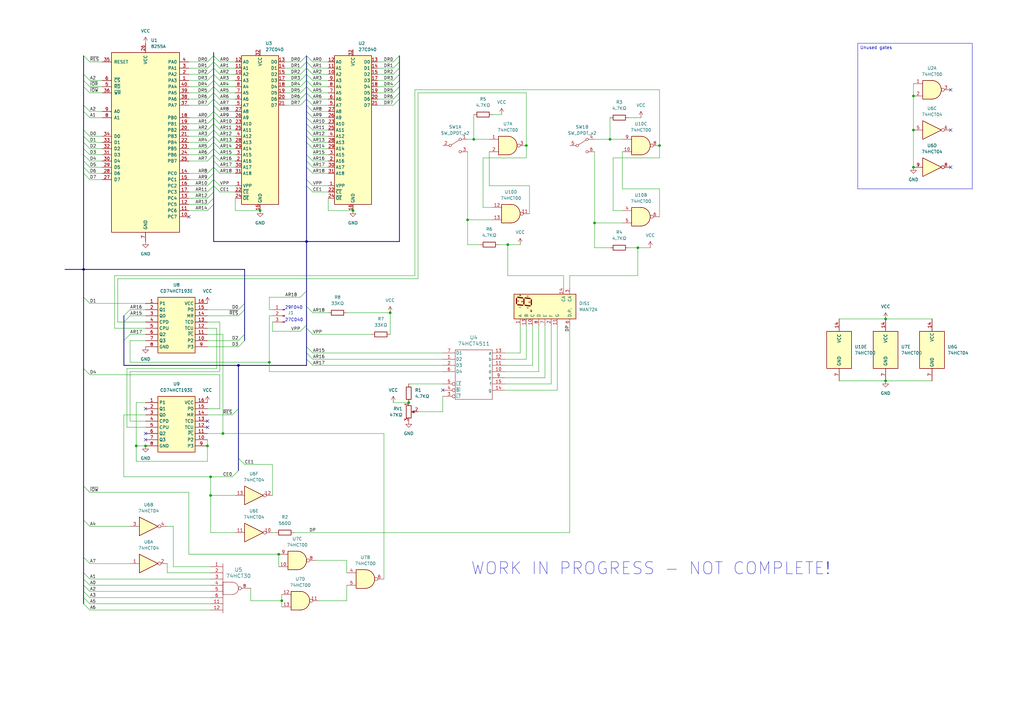
<source format=kicad_sch>
(kicad_sch (version 20230121) (generator eeschema)
  (paper "A3")
  (title_block (title "PMD 85 ROM MEGA Module") (date "2023-09-18") (rev "INITIAL") (company "WWW.NOSTALCOMP.CZ") (comment 1 "Original design 17-Feb-2013") (comment 3 "youtube.com/@brfff") (comment 4 "Updated by Brett Hallen"))
  (junction (at 167.64 165.1))
  (junction (at 144.78 86.36))
  (junction (at 191.77 90.17))
  (junction (at 215.9 59.69))
  (junction (at 86.36 203.2))
  (junction (at 114.3 227.33))
  (junction (at 208.28 100.33))
  (junction (at 374.65 39.37))
  (junction (at 34.29 110.49))
  (junction (at 243.84 91.44))
  (junction (at 194.31 57.15))
  (junction (at 55.88 182.88))
  (junction (at 115.57 246.38))
  (junction (at 125.73 99.06))
  (junction (at 261.62 101.6))
  (junction (at 374.65 68.58))
  (junction (at 59.69 182.88))
  (junction (at 374.65 53.34))
  (junction (at 86.36 195.58))
  (junction (at 160.02 128.27))
  (junction (at 106.68 86.36))
  (junction (at 270.51 59.69))
  (junction (at 85.09 182.88))
  (junction (at 110.49 148.59))
  (junction (at 363.22 156.21))
  (junction (at 250.19 57.15))
  (junction (at 91.44 177.8))
  (junction (at 97.79 149.86))
  (junction (at 363.22 130.81))
  (no_connect (at 85.09 175.26))
  (no_connect (at 389.89 53.34))
  (no_connect (at 59.69 180.34))
  (no_connect (at 389.89 36.83))
  (no_connect (at 85.09 172.72))
  (no_connect (at 77.47 88.9))
  (no_connect (at 389.89 68.58))
  (no_connect (at 181.61 160.02))
  (no_connect (at 59.69 167.64))
  (no_connect (at 59.69 177.8))
  (bus_entry (at 34.29 63.5) (size 2.54 2.54))
  (bus_entry (at 125.73 144.78) (size 2.54 2.54))
  (bus_entry (at 90.17 35.56) (size -2.54 -2.54))
  (bus_entry (at 128.27 45.72) (size -2.54 -2.54))
  (bus_entry (at 36.83 245.11) (size -2.54 -2.54))
  (bus_entry (at 97.79 193.04) (size -2.54 2.54))
  (bus_entry (at 34.29 66.04) (size 2.54 2.54))
  (bus_entry (at 53.34 127) (size -2.54 2.54))
  (bus_entry (at 123.19 33.02) (size 2.54 -2.54))
  (bus_entry (at 34.29 45.72) (size 2.54 2.54))
  (bus_entry (at 85.09 27.94) (size 2.54 -2.54))
  (bus_entry (at 90.17 55.88) (size -2.54 -2.54))
  (bus_entry (at 128.27 30.48) (size -2.54 -2.54))
  (bus_entry (at 128.27 55.88) (size -2.54 -2.54))
  (bus_entry (at 90.17 76.2) (size -2.54 -2.54))
  (bus_entry (at 128.27 78.74) (size -2.54 -2.54))
  (bus_entry (at 90.17 71.12) (size -2.54 -2.54))
  (bus_entry (at 128.27 27.94) (size -2.54 -2.54))
  (bus_entry (at 125.73 142.24) (size 2.54 2.54))
  (bus_entry (at 90.17 50.8) (size -2.54 -2.54))
  (bus_entry (at 85.09 58.42) (size 2.54 -2.54))
  (bus_entry (at 123.19 25.4) (size 2.54 -2.54))
  (bus_entry (at 95.25 170.18) (size 2.54 -2.54))
  (bus_entry (at 36.83 240.03) (size -2.54 -2.54))
  (bus_entry (at 85.09 50.8) (size 2.54 -2.54))
  (bus_entry (at 34.29 58.42) (size 2.54 2.54))
  (bus_entry (at 34.29 22.86) (size 2.54 2.54))
  (bus_entry (at 123.19 38.1) (size 2.54 -2.54))
  (bus_entry (at 97.79 129.54) (size 2.54 -2.54))
  (bus_entry (at 161.29 27.94) (size 2.54 -2.54))
  (bus_entry (at 123.19 40.64) (size 2.54 -2.54))
  (bus_entry (at 85.09 30.48) (size 2.54 -2.54))
  (bus_entry (at 125.73 134.62) (size 2.54 2.54))
  (bus_entry (at 90.17 66.04) (size -2.54 -2.54))
  (bus_entry (at 34.29 68.58) (size 2.54 2.54))
  (bus_entry (at 128.27 76.2) (size -2.54 -2.54))
  (bus_entry (at 128.27 50.8) (size -2.54 -2.54))
  (bus_entry (at 85.09 81.28) (size 2.54 -2.54))
  (bus_entry (at 34.29 121.92) (size 2.54 2.54))
  (bus_entry (at 85.09 53.34) (size 2.54 -2.54))
  (bus_entry (at 85.09 86.36) (size 2.54 -2.54))
  (bus_entry (at 161.29 38.1) (size 2.54 -2.54))
  (bus_entry (at 85.09 40.64) (size 2.54 -2.54))
  (bus_entry (at 85.09 73.66) (size 2.54 -2.54))
  (bus_entry (at 53.34 137.16) (size -2.54 2.54))
  (bus_entry (at 85.09 48.26) (size 2.54 -2.54))
  (bus_entry (at 90.17 48.26) (size -2.54 -2.54))
  (bus_entry (at 34.29 53.34) (size 2.54 2.54))
  (bus_entry (at 90.17 38.1) (size -2.54 -2.54))
  (bus_entry (at 128.27 38.1) (size -2.54 -2.54))
  (bus_entry (at 34.29 33.02) (size 2.54 2.54))
  (bus_entry (at 85.09 83.82) (size 2.54 -2.54))
  (bus_entry (at 34.29 199.39) (size 2.54 2.54))
  (bus_entry (at 161.29 25.4) (size 2.54 -2.54))
  (bus_entry (at 123.19 135.89) (size 2.54 -2.54))
  (bus_entry (at 85.09 55.88) (size 2.54 -2.54))
  (bus_entry (at 161.29 35.56) (size 2.54 -2.54))
  (bus_entry (at 123.19 43.18) (size 2.54 -2.54))
  (bus_entry (at 125.73 125.73) (size 2.54 2.54))
  (bus_entry (at 85.09 71.12) (size 2.54 -2.54))
  (bus_entry (at 34.29 151.13) (size 2.54 2.54))
  (bus_entry (at 36.83 242.57) (size -2.54 -2.54))
  (bus_entry (at 161.29 43.18) (size 2.54 -2.54))
  (bus_entry (at 85.09 33.02) (size 2.54 -2.54))
  (bus_entry (at 90.17 63.5) (size -2.54 -2.54))
  (bus_entry (at 87.63 25.4) (size 2.54 2.54))
  (bus_entry (at 128.27 68.58) (size -2.54 -2.54))
  (bus_entry (at 90.17 58.42) (size -2.54 -2.54))
  (bus_entry (at 97.79 139.7) (size 2.54 -2.54))
  (bus_entry (at 36.83 250.19) (size -2.54 -2.54))
  (bus_entry (at 97.79 187.96) (size 2.54 2.54))
  (bus_entry (at 90.17 60.96) (size -2.54 -2.54))
  (bus_entry (at 85.09 66.04) (size 2.54 -2.54))
  (bus_entry (at 128.27 33.02) (size -2.54 -2.54))
  (bus_entry (at 90.17 68.58) (size -2.54 -2.54))
  (bus_entry (at 34.29 55.88) (size 2.54 2.54))
  (bus_entry (at 128.27 66.04) (size -2.54 -2.54))
  (bus_entry (at 128.27 53.34) (size -2.54 -2.54))
  (bus_entry (at 128.27 71.12) (size -2.54 -2.54))
  (bus_entry (at 90.17 43.18) (size -2.54 -2.54))
  (bus_entry (at 34.29 35.56) (size 2.54 2.54))
  (bus_entry (at 34.29 60.96) (size 2.54 2.54))
  (bus_entry (at 90.17 25.4) (size -2.54 -2.54))
  (bus_entry (at 53.34 129.54) (size -2.54 2.54))
  (bus_entry (at 161.29 33.02) (size 2.54 -2.54))
  (bus_entry (at 85.09 35.56) (size 2.54 -2.54))
  (bus_entry (at 97.79 127) (size 2.54 -2.54))
  (bus_entry (at 128.27 60.96) (size -2.54 -2.54))
  (bus_entry (at 36.83 215.9) (size -2.54 -2.54))
  (bus_entry (at 123.19 35.56) (size 2.54 -2.54))
  (bus_entry (at 123.19 121.92) (size 2.54 -2.54))
  (bus_entry (at 128.27 35.56) (size -2.54 -2.54))
  (bus_entry (at 123.19 27.94) (size 2.54 -2.54))
  (bus_entry (at 128.27 43.18) (size -2.54 -2.54))
  (bus_entry (at 90.17 33.02) (size -2.54 -2.54))
  (bus_entry (at 85.09 63.5) (size 2.54 -2.54))
  (bus_entry (at 85.09 78.74) (size 2.54 -2.54))
  (bus_entry (at 90.17 45.72) (size -2.54 -2.54))
  (bus_entry (at 90.17 30.48) (size -2.54 -2.54))
  (bus_entry (at 90.17 40.64) (size -2.54 -2.54))
  (bus_entry (at 85.09 60.96) (size 2.54 -2.54))
  (bus_entry (at 34.29 43.18) (size 2.54 2.54))
  (bus_entry (at 128.27 40.64) (size -2.54 -2.54))
  (bus_entry (at 125.73 147.32) (size 2.54 2.54))
  (bus_entry (at 36.83 237.49) (size -2.54 -2.54))
  (bus_entry (at 128.27 58.42) (size -2.54 -2.54))
  (bus_entry (at 128.27 48.26) (size -2.54 -2.54))
  (bus_entry (at 90.17 78.74) (size -2.54 -2.54))
  (bus_entry (at 90.17 53.34) (size -2.54 -2.54))
  (bus_entry (at 85.09 38.1) (size 2.54 -2.54))
  (bus_entry (at 34.29 71.12) (size 2.54 2.54))
  (bus_entry (at 85.09 43.18) (size 2.54 -2.54))
  (bus_entry (at 128.27 25.4) (size -2.54 -2.54))
  (bus_entry (at 34.29 30.48) (size 2.54 2.54))
  (bus_entry (at 97.79 142.24) (size 2.54 -2.54))
  (bus_entry (at 161.29 40.64) (size 2.54 -2.54))
  (bus_entry (at 161.29 30.48) (size 2.54 -2.54))
  (bus_entry (at 85.09 76.2) (size 2.54 -2.54))
  (bus_entry (at 85.09 25.4) (size 2.54 -2.54))
  (bus_entry (at 36.83 247.65) (size -2.54 -2.54))
  (bus_entry (at 123.19 30.48) (size 2.54 -2.54))
  (bus_entry (at 36.83 231.14) (size -2.54 -2.54))
  (wire (pts (xy 86.36 195.58) (xy 95.25 195.58)))
  (wire (pts (xy 52.07 151.13) (xy 88.9 151.13)))
  (wire (pts (xy 213.36 144.78) (xy 213.36 133.35)))
  (wire (pts (xy 50.8 195.58) (xy 86.36 195.58)))
  (wire (pts (xy 77.47 40.64) (xy 85.09 40.64)))
  (wire (pts (xy 170.18 113.03) (xy 170.18 36.83)))
  (wire (pts (xy 36.83 35.56) (xy 41.91 35.56)))
  (bus (pts (xy 34.29 58.42) (xy 34.29 60.96)))
  (wire (pts (xy 90.17 68.58) (xy 96.52 68.58)))
  (wire (pts (xy 257.81 48.26) (xy 262.89 48.26)))
  (bus (pts (xy 34.29 33.02) (xy 34.29 35.56)))
  (bus (pts (xy 125.73 55.88) (xy 125.73 58.42)))
  (wire (pts (xy 77.47 60.96) (xy 85.09 60.96)))
  (wire (pts (xy 53.34 172.72) (xy 53.34 152.4)))
  (wire (pts (xy 77.47 35.56) (xy 85.09 35.56)))
  (wire (pts (xy 55.88 182.88) (xy 59.69 182.88)))
  (wire (pts (xy 77.47 33.02) (xy 85.09 33.02)))
  (wire (pts (xy 53.34 127) (xy 59.69 127)))
  (wire (pts (xy 59.69 134.62) (xy 46.99 134.62)))
  (wire (pts (xy 53.34 139.7) (xy 53.34 148.59)))
  (wire (pts (xy 85.09 189.23) (xy 55.88 189.23)))
  (wire (pts (xy 86.36 218.44) (xy 96.52 218.44)))
  (wire (pts (xy 116.84 38.1) (xy 123.19 38.1)))
  (bus (pts (xy 87.63 99.06) (xy 125.73 99.06)))
  (wire (pts (xy 251.46 86.36) (xy 251.46 64.77)))
  (wire (pts (xy 218.44 149.86) (xy 218.44 133.35)))
  (wire (pts (xy 77.47 86.36) (xy 85.09 86.36)))
  (wire (pts (xy 77.47 48.26) (xy 85.09 48.26)))
  (bus (pts (xy 125.73 133.35) (xy 125.73 125.73)))
  (wire (pts (xy 270.51 64.77) (xy 270.51 59.69)))
  (bus (pts (xy 34.29 53.34) (xy 34.29 55.88)))
  (wire (pts (xy 90.17 35.56) (xy 96.52 35.56)))
  (wire (pts (xy 68.58 215.9) (xy 71.12 215.9)))
  (wire (pts (xy 157.48 177.8) (xy 157.48 237.49)))
  (wire (pts (xy 36.83 215.9) (xy 53.34 215.9)))
  (bus (pts (xy 125.73 68.58) (xy 125.73 73.66)))
  (wire (pts (xy 255.27 62.23) (xy 255.27 77.47)))
  (wire (pts (xy 160.02 128.27) (xy 142.24 128.27)))
  (wire (pts (xy 102.87 241.3) (xy 102.87 246.38)))
  (bus (pts (xy 87.63 76.2) (xy 87.63 78.74)))
  (bus (pts (xy 125.73 66.04) (xy 125.73 68.58)))
  (wire (pts (xy 255.27 77.47) (xy 270.51 77.47)))
  (bus (pts (xy 34.29 60.96) (xy 34.29 63.5)))
  (wire (pts (xy 90.17 45.72) (xy 96.52 45.72)))
  (bus (pts (xy 125.73 50.8) (xy 125.73 53.34)))
  (wire (pts (xy 77.47 38.1) (xy 85.09 38.1)))
  (wire (pts (xy 130.81 246.38) (xy 142.24 246.38)))
  (wire (pts (xy 228.6 160.02) (xy 207.01 160.02)))
  (bus (pts (xy 50.8 149.86) (xy 97.79 149.86)))
  (wire (pts (xy 53.34 152.4) (xy 90.17 152.4)))
  (wire (pts (xy 128.27 63.5) (xy 134.62 63.5)))
  (wire (pts (xy 128.27 68.58) (xy 134.62 68.58)))
  (wire (pts (xy 207.01 147.32) (xy 215.9 147.32)))
  (bus (pts (xy 34.29 199.39) (xy 34.29 213.36)))
  (wire (pts (xy 36.83 250.19) (xy 86.36 250.19)))
  (wire (pts (xy 128.27 66.04) (xy 134.62 66.04)))
  (wire (pts (xy 55.88 189.23) (xy 55.88 182.88)))
  (bus (pts (xy 125.73 27.94) (xy 125.73 30.48)))
  (wire (pts (xy 36.83 58.42) (xy 41.91 58.42)))
  (wire (pts (xy 128.27 33.02) (xy 134.62 33.02)))
  (wire (pts (xy 181.61 162.56) (xy 181.61 168.91)))
  (wire (pts (xy 36.83 33.02) (xy 41.91 33.02)))
  (bus (pts (xy 34.29 234.95) (xy 34.29 237.49)))
  (wire (pts (xy 110.49 121.92) (xy 123.19 121.92)))
  (bus (pts (xy 125.73 38.1) (xy 125.73 40.64)))
  (wire (pts (xy 208.28 100.33) (xy 213.36 100.33)))
  (wire (pts (xy 160.02 137.16) (xy 160.02 128.27)))
  (wire (pts (xy 215.9 133.35) (xy 215.9 147.32)))
  (bus (pts (xy 87.63 83.82) (xy 87.63 99.06)))
  (bus (pts (xy 87.63 45.72) (xy 87.63 48.26)))
  (wire (pts (xy 363.22 130.81) (xy 382.27 130.81)))
  (wire (pts (xy 154.94 40.64) (xy 161.29 40.64)))
  (wire (pts (xy 77.47 73.66) (xy 85.09 73.66)))
  (wire (pts (xy 36.83 73.66) (xy 41.91 73.66)))
  (wire (pts (xy 85.09 129.54) (xy 97.79 129.54)))
  (wire (pts (xy 86.36 203.2) (xy 86.36 218.44)))
  (wire (pts (xy 198.12 85.09) (xy 198.12 64.77)))
  (wire (pts (xy 85.09 139.7) (xy 97.79 139.7)))
  (wire (pts (xy 77.47 227.33) (xy 77.47 201.93)))
  (wire (pts (xy 55.88 165.1) (xy 55.88 182.88)))
  (wire (pts (xy 114.3 227.33) (xy 114.3 232.41)))
  (bus (pts (xy 87.63 53.34) (xy 87.63 55.88)))
  (wire (pts (xy 111.76 132.08) (xy 111.76 135.89)))
  (wire (pts (xy 90.17 40.64) (xy 96.52 40.64)))
  (wire (pts (xy 128.27 149.86) (xy 181.61 149.86)))
  (bus (pts (xy 87.63 68.58) (xy 87.63 71.12)))
  (wire (pts (xy 207.01 154.94) (xy 223.52 154.94)))
  (bus (pts (xy 125.73 144.78) (xy 125.73 142.24)))
  (bus (pts (xy 87.63 73.66) (xy 87.63 76.2)))
  (bus (pts (xy 87.63 27.94) (xy 87.63 30.48)))
  (wire (pts (xy 110.49 152.4) (xy 181.61 152.4)))
  (bus (pts (xy 34.29 45.72) (xy 34.29 53.34)))
  (wire (pts (xy 90.17 27.94) (xy 96.52 27.94)))
  (wire (pts (xy 128.27 48.26) (xy 134.62 48.26)))
  (wire (pts (xy 90.17 25.4) (xy 96.52 25.4)))
  (wire (pts (xy 228.6 133.35) (xy 228.6 160.02)))
  (wire (pts (xy 128.27 27.94) (xy 134.62 27.94)))
  (wire (pts (xy 194.31 57.15) (xy 200.66 57.15)))
  (wire (pts (xy 344.17 156.21) (xy 363.22 156.21)))
  (wire (pts (xy 53.34 129.54) (xy 59.69 129.54)))
  (wire (pts (xy 270.51 36.83) (xy 270.51 59.69)))
  (bus (pts (xy 125.73 53.34) (xy 125.73 55.88)))
  (wire (pts (xy 36.83 240.03) (xy 86.36 240.03)))
  (bus (pts (xy 50.8 132.08) (xy 50.8 139.7)))
  (bus (pts (xy 87.63 78.74) (xy 87.63 81.28)))
  (wire (pts (xy 36.83 25.4) (xy 41.91 25.4)))
  (wire (pts (xy 36.83 231.14) (xy 53.34 231.14)))
  (wire (pts (xy 154.94 43.18) (xy 161.29 43.18)))
  (wire (pts (xy 344.17 130.81) (xy 363.22 130.81)))
  (wire (pts (xy 134.62 86.36) (xy 144.78 86.36)))
  (bus (pts (xy 34.29 237.49) (xy 34.29 240.03)))
  (bus (pts (xy 125.73 63.5) (xy 125.73 66.04)))
  (wire (pts (xy 36.83 237.49) (xy 86.36 237.49)))
  (wire (pts (xy 53.34 137.16) (xy 59.69 137.16)))
  (wire (pts (xy 191.77 62.23) (xy 191.77 90.17)))
  (wire (pts (xy 191.77 90.17) (xy 201.93 90.17)))
  (wire (pts (xy 85.09 170.18) (xy 95.25 170.18)))
  (bus (pts (xy 87.63 63.5) (xy 87.63 66.04)))
  (wire (pts (xy 59.69 165.1) (xy 55.88 165.1)))
  (bus (pts (xy 125.73 125.73) (xy 125.73 119.38)))
  (wire (pts (xy 85.09 137.16) (xy 91.44 137.16)))
  (bus (pts (xy 125.73 48.26) (xy 125.73 50.8)))
  (wire (pts (xy 110.49 127) (xy 110.49 121.92)))
  (bus (pts (xy 34.29 242.57) (xy 34.29 245.11)))
  (wire (pts (xy 36.83 71.12) (xy 41.91 71.12)))
  (wire (pts (xy 50.8 170.18) (xy 50.8 195.58)))
  (wire (pts (xy 36.83 38.1) (xy 41.91 38.1)))
  (wire (pts (xy 128.27 137.16) (xy 152.4 137.16)))
  (wire (pts (xy 255.27 86.36) (xy 251.46 86.36)))
  (bus (pts (xy 87.63 60.96) (xy 87.63 63.5)))
  (wire (pts (xy 85.09 167.64) (xy 90.17 167.64)))
  (wire (pts (xy 71.12 232.41) (xy 86.36 232.41)))
  (wire (pts (xy 116.84 25.4) (xy 123.19 25.4)))
  (bus (pts (xy 125.73 76.2) (xy 125.73 99.06)))
  (bus (pts (xy 100.33 110.49) (xy 34.29 110.49)))
  (wire (pts (xy 134.62 81.28) (xy 134.62 86.36)))
  (bus (pts (xy 87.63 71.12) (xy 87.63 73.66)))
  (bus (pts (xy 125.73 40.64) (xy 125.73 43.18)))
  (wire (pts (xy 36.83 68.58) (xy 41.91 68.58)))
  (bus (pts (xy 50.8 129.54) (xy 50.8 132.08)))
  (wire (pts (xy 90.17 132.08) (xy 85.09 132.08)))
  (wire (pts (xy 128.27 40.64) (xy 134.62 40.64)))
  (wire (pts (xy 220.98 152.4) (xy 207.01 152.4)))
  (wire (pts (xy 128.27 58.42) (xy 134.62 58.42)))
  (bus (pts (xy 34.29 63.5) (xy 34.29 66.04)))
  (bus (pts (xy 34.29 151.13) (xy 34.29 199.39)))
  (bus (pts (xy 125.73 73.66) (xy 125.73 76.2)))
  (wire (pts (xy 116.84 27.94) (xy 123.19 27.94)))
  (wire (pts (xy 154.94 30.48) (xy 161.29 30.48)))
  (wire (pts (xy 59.69 175.26) (xy 52.07 175.26)))
  (wire (pts (xy 90.17 76.2) (xy 96.52 76.2)))
  (wire (pts (xy 77.47 58.42) (xy 85.09 58.42)))
  (wire (pts (xy 200.66 76.2) (xy 217.17 76.2)))
  (wire (pts (xy 191.77 57.15) (xy 194.31 57.15)))
  (wire (pts (xy 90.17 71.12) (xy 96.52 71.12)))
  (bus (pts (xy 34.29 30.48) (xy 34.29 33.02)))
  (wire (pts (xy 128.27 55.88) (xy 134.62 55.88)))
  (wire (pts (xy 128.27 76.2) (xy 134.62 76.2)))
  (wire (pts (xy 77.47 63.5) (xy 85.09 63.5)))
  (wire (pts (xy 90.17 53.34) (xy 96.52 53.34)))
  (bus (pts (xy 97.79 149.86) (xy 125.73 149.86)))
  (wire (pts (xy 128.27 78.74) (xy 134.62 78.74)))
  (wire (pts (xy 196.85 100.33) (xy 191.77 100.33)))
  (bus (pts (xy 125.73 25.4) (xy 125.73 27.94)))
  (wire (pts (xy 77.47 30.48) (xy 85.09 30.48)))
  (bus (pts (xy 100.33 127) (xy 100.33 124.46)))
  (wire (pts (xy 77.47 78.74) (xy 85.09 78.74)))
  (wire (pts (xy 77.47 71.12) (xy 85.09 71.12)))
  (wire (pts (xy 36.83 66.04) (xy 41.91 66.04)))
  (bus (pts (xy 125.73 58.42) (xy 125.73 63.5)))
  (bus (pts (xy 87.63 38.1) (xy 87.63 40.64)))
  (bus (pts (xy 26.67 110.49) (xy 34.29 110.49)))
  (wire (pts (xy 223.52 154.94) (xy 223.52 133.35)))
  (bus (pts (xy 34.29 68.58) (xy 34.29 71.12)))
  (bus (pts (xy 163.83 35.56) (xy 163.83 38.1)))
  (wire (pts (xy 128.27 30.48) (xy 134.62 30.48)))
  (wire (pts (xy 77.47 55.88) (xy 85.09 55.88)))
  (bus (pts (xy 125.73 35.56) (xy 125.73 38.1)))
  (wire (pts (xy 116.84 30.48) (xy 123.19 30.48)))
  (wire (pts (xy 116.84 35.56) (xy 123.19 35.56)))
  (wire (pts (xy 261.62 101.6) (xy 266.7 101.6)))
  (wire (pts (xy 36.83 45.72) (xy 41.91 45.72)))
  (bus (pts (xy 50.8 139.7) (xy 50.8 149.86)))
  (wire (pts (xy 115.57 243.84) (xy 115.57 246.38)))
  (wire (pts (xy 96.52 86.36) (xy 106.68 86.36)))
  (bus (pts (xy 100.33 137.16) (xy 100.33 127)))
  (wire (pts (xy 77.47 53.34) (xy 85.09 53.34)))
  (wire (pts (xy 110.49 148.59) (xy 110.49 152.4)))
  (wire (pts (xy 102.87 246.38) (xy 115.57 246.38)))
  (wire (pts (xy 90.17 55.88) (xy 96.52 55.88)))
  (bus (pts (xy 163.83 30.48) (xy 163.83 33.02)))
  (wire (pts (xy 201.93 46.99) (xy 205.74 46.99)))
  (bus (pts (xy 163.83 38.1) (xy 163.83 40.64)))
  (bus (pts (xy 125.73 119.38) (xy 125.73 99.06)))
  (bus (pts (xy 87.63 50.8) (xy 87.63 53.34)))
  (wire (pts (xy 116.84 43.18) (xy 123.19 43.18)))
  (wire (pts (xy 46.99 113.03) (xy 170.18 113.03)))
  (wire (pts (xy 198.12 64.77) (xy 215.9 64.77)))
  (wire (pts (xy 90.17 43.18) (xy 96.52 43.18)))
  (wire (pts (xy 111.76 127) (xy 110.49 127)))
  (wire (pts (xy 191.77 100.33) (xy 191.77 90.17)))
  (wire (pts (xy 90.17 78.74) (xy 96.52 78.74)))
  (wire (pts (xy 257.81 101.6) (xy 261.62 101.6)))
  (bus (pts (xy 87.63 30.48) (xy 87.63 33.02)))
  (wire (pts (xy 128.27 38.1) (xy 134.62 38.1)))
  (wire (pts (xy 194.31 46.99) (xy 194.31 57.15)))
  (bus (pts (xy 163.83 40.64) (xy 163.83 99.06)))
  (bus (pts (xy 163.83 27.94) (xy 163.83 30.48)))
  (wire (pts (xy 88.9 134.62) (xy 85.09 134.62)))
  (wire (pts (xy 215.9 64.77) (xy 215.9 59.69)))
  (wire (pts (xy 220.98 133.35) (xy 220.98 152.4)))
  (wire (pts (xy 207.01 144.78) (xy 213.36 144.78)))
  (wire (pts (xy 50.8 132.08) (xy 48.26 132.08)))
  (wire (pts (xy 154.94 33.02) (xy 161.29 33.02)))
  (wire (pts (xy 110.49 129.54) (xy 111.76 129.54)))
  (bus (pts (xy 100.33 124.46) (xy 100.33 110.49)))
  (wire (pts (xy 59.69 172.72) (xy 53.34 172.72)))
  (wire (pts (xy 90.17 152.4) (xy 90.17 132.08)))
  (wire (pts (xy 68.58 234.95) (xy 86.36 234.95)))
  (wire (pts (xy 171.45 114.3) (xy 171.45 38.1)))
  (bus (pts (xy 125.73 99.06) (xy 163.83 99.06)))
  (bus (pts (xy 34.29 240.03) (xy 34.29 242.57)))
  (bus (pts (xy 34.29 66.04) (xy 34.29 68.58)))
  (wire (pts (xy 142.24 234.95) (xy 142.24 229.87)))
  (wire (pts (xy 71.12 215.9) (xy 71.12 232.41)))
  (wire (pts (xy 115.57 246.38) (xy 115.57 248.92)))
  (wire (pts (xy 48.26 132.08) (xy 48.26 114.3)))
  (wire (pts (xy 36.83 242.57) (xy 86.36 242.57)))
  (wire (pts (xy 77.47 25.4) (xy 85.09 25.4)))
  (bus (pts (xy 34.29 110.49) (xy 34.29 121.92)))
  (wire (pts (xy 90.17 167.64) (xy 90.17 153.67)))
  (bus (pts (xy 87.63 35.56) (xy 87.63 38.1)))
  (bus (pts (xy 125.73 30.48) (xy 125.73 33.02)))
  (wire (pts (xy 77.47 43.18) (xy 85.09 43.18)))
  (wire (pts (xy 217.17 76.2) (xy 217.17 87.63)))
  (bus (pts (xy 87.63 81.28) (xy 87.63 83.82)))
  (wire (pts (xy 128.27 144.78) (xy 181.61 144.78)))
  (wire (pts (xy 120.65 218.44) (xy 233.68 218.44)))
  (wire (pts (xy 88.9 151.13) (xy 88.9 134.62)))
  (wire (pts (xy 250.19 57.15) (xy 255.27 57.15)))
  (wire (pts (xy 77.47 50.8) (xy 85.09 50.8)))
  (wire (pts (xy 128.27 25.4) (xy 134.62 25.4)))
  (wire (pts (xy 91.44 137.16) (xy 91.44 177.8)))
  (bus (pts (xy 125.73 149.86) (xy 125.73 147.32)))
  (wire (pts (xy 154.94 38.1) (xy 161.29 38.1)))
  (wire (pts (xy 77.47 27.94) (xy 85.09 27.94)))
  (wire (pts (xy 90.17 66.04) (xy 96.52 66.04)))
  (wire (pts (xy 91.44 177.8) (xy 157.48 177.8)))
  (bus (pts (xy 34.29 43.18) (xy 34.29 45.72)))
  (bus (pts (xy 97.79 187.96) (xy 97.79 193.04)))
  (wire (pts (xy 59.69 132.08) (xy 50.8 132.08)))
  (wire (pts (xy 128.27 35.56) (xy 134.62 35.56)))
  (bus (pts (xy 87.63 22.86) (xy 87.63 25.4)))
  (wire (pts (xy 129.54 229.87) (xy 142.24 229.87)))
  (wire (pts (xy 90.17 38.1) (xy 96.52 38.1)))
  (wire (pts (xy 243.84 57.15) (xy 250.19 57.15)))
  (wire (pts (xy 86.36 203.2) (xy 96.52 203.2)))
  (wire (pts (xy 128.27 43.18) (xy 134.62 43.18)))
  (wire (pts (xy 85.09 182.88) (xy 85.09 189.23)))
  (wire (pts (xy 90.17 63.5) (xy 96.52 63.5)))
  (wire (pts (xy 68.58 231.14) (xy 68.58 234.95)))
  (wire (pts (xy 91.44 177.8) (xy 85.09 177.8)))
  (wire (pts (xy 128.27 147.32) (xy 181.61 147.32)))
  (wire (pts (xy 48.26 114.3) (xy 171.45 114.3)))
  (bus (pts (xy 34.29 213.36) (xy 34.29 228.6)))
  (bus (pts (xy 97.79 149.86) (xy 97.79 167.64)))
  (wire (pts (xy 128.27 53.34) (xy 134.62 53.34)))
  (bus (pts (xy 125.73 147.32) (xy 125.73 144.78)))
  (wire (pts (xy 170.18 36.83) (xy 270.51 36.83)))
  (wire (pts (xy 231.14 118.11) (xy 231.14 113.03)))
  (bus (pts (xy 125.73 142.24) (xy 125.73 134.62)))
  (wire (pts (xy 261.62 113.03) (xy 261.62 101.6)))
  (wire (pts (xy 374.65 34.29) (xy 374.65 39.37)))
  (wire (pts (xy 208.28 113.03) (xy 208.28 100.33)))
  (wire (pts (xy 250.19 48.26) (xy 250.19 57.15)))
  (wire (pts (xy 59.69 170.18) (xy 50.8 170.18)))
  (bus (pts (xy 87.63 25.4) (xy 87.63 27.94)))
  (wire (pts (xy 154.94 25.4) (xy 161.29 25.4)))
  (bus (pts (xy 34.29 228.6) (xy 34.29 234.95)))
  (wire (pts (xy 243.84 62.23) (xy 243.84 91.44)))
  (wire (pts (xy 128.27 71.12) (xy 134.62 71.12)))
  (wire (pts (xy 215.9 38.1) (xy 215.9 59.69)))
  (wire (pts (xy 167.64 157.48) (xy 181.61 157.48)))
  (wire (pts (xy 111.76 203.2) (xy 111.76 190.5)))
  (wire (pts (xy 207.01 157.48) (xy 226.06 157.48)))
  (wire (pts (xy 90.17 50.8) (xy 96.52 50.8)))
  (wire (pts (xy 36.83 55.88) (xy 41.91 55.88)))
  (wire (pts (xy 154.94 35.56) (xy 161.29 35.56)))
  (bus (pts (xy 87.63 48.26) (xy 87.63 50.8)))
  (wire (pts (xy 36.83 48.26) (xy 41.91 48.26)))
  (wire (pts (xy 59.69 139.7) (xy 53.34 139.7)))
  (wire (pts (xy 85.09 142.24) (xy 97.79 142.24)))
  (wire (pts (xy 110.49 148.59) (xy 110.49 129.54)))
  (wire (pts (xy 270.51 77.47) (xy 270.51 88.9)))
  (bus (pts (xy 125.73 45.72) (xy 125.73 48.26)))
  (wire (pts (xy 36.83 60.96) (xy 41.91 60.96)))
  (wire (pts (xy 204.47 100.33) (xy 208.28 100.33)))
  (wire (pts (xy 128.27 128.27) (xy 134.62 128.27)))
  (bus (pts (xy 34.29 71.12) (xy 34.29 110.49)))
  (wire (pts (xy 233.68 118.11) (xy 233.68 113.03)))
  (wire (pts (xy 77.47 83.82) (xy 85.09 83.82)))
  (bus (pts (xy 34.29 55.88) (xy 34.29 58.42)))
  (wire (pts (xy 363.22 156.21) (xy 382.27 156.21)))
  (bus (pts (xy 125.73 43.18) (xy 125.73 45.72)))
  (wire (pts (xy 128.27 60.96) (xy 134.62 60.96)))
  (wire (pts (xy 128.27 45.72) (xy 134.62 45.72)))
  (bus (pts (xy 87.63 55.88) (xy 87.63 58.42)))
  (wire (pts (xy 231.14 113.03) (xy 208.28 113.03)))
  (wire (pts (xy 374.65 53.34) (xy 374.65 68.58)))
  (bus (pts (xy 34.29 245.11) (xy 34.29 247.65)))
  (wire (pts (xy 128.27 50.8) (xy 134.62 50.8)))
  (wire (pts (xy 85.09 180.34) (xy 85.09 182.88)))
  (bus (pts (xy 87.63 43.18) (xy 87.63 45.72)))
  (wire (pts (xy 207.01 149.86) (xy 218.44 149.86)))
  (wire (pts (xy 200.66 62.23) (xy 200.66 76.2)))
  (bus (pts (xy 125.73 134.62) (xy 125.73 133.35)))
  (bus (pts (xy 34.29 35.56) (xy 34.29 43.18)))
  (wire (pts (xy 90.17 58.42) (xy 96.52 58.42)))
  (wire (pts (xy 36.83 153.67) (xy 90.17 153.67)))
  (wire (pts (xy 85.09 127) (xy 97.79 127)))
  (wire (pts (xy 90.17 33.02) (xy 96.52 33.02)))
  (wire (pts (xy 36.83 63.5) (xy 41.91 63.5)))
  (wire (pts (xy 90.17 60.96) (xy 96.52 60.96)))
  (bus (pts (xy 100.33 139.7) (xy 100.33 137.16)))
  (wire (pts (xy 374.65 39.37) (xy 374.65 53.34)))
  (wire (pts (xy 226.06 157.48) (xy 226.06 133.35)))
  (wire (pts (xy 142.24 246.38) (xy 142.24 240.03)))
  (bus (pts (xy 87.63 40.64) (xy 87.63 43.18)))
  (bus (pts (xy 87.63 58.42) (xy 87.63 60.96)))
  (bus (pts (xy 87.63 66.04) (xy 87.63 68.58)))
  (bus (pts (xy 163.83 33.02) (xy 163.83 35.56)))
  (wire (pts (xy 171.45 38.1) (xy 215.9 38.1)))
  (wire (pts (xy 233.68 113.03) (xy 261.62 113.03)))
  (wire (pts (xy 53.34 148.59) (xy 110.49 148.59)))
  (wire (pts (xy 36.83 247.65) (xy 86.36 247.65)))
  (wire (pts (xy 46.99 134.62) (xy 46.99 113.03)))
  (bus (pts (xy 97.79 167.64) (xy 97.79 187.96)))
  (wire (pts (xy 116.84 33.02) (xy 123.19 33.02)))
  (wire (pts (xy 111.76 135.89) (xy 123.19 135.89)))
  (wire (pts (xy 114.3 227.33) (xy 77.47 227.33)))
  (wire (pts (xy 77.47 66.04) (xy 85.09 66.04)))
  (wire (pts (xy 100.33 190.5) (xy 111.76 190.5)))
  (wire (pts (xy 161.29 165.1) (xy 167.64 165.1)))
  (wire (pts (xy 154.94 27.94) (xy 161.29 27.94)))
  (wire (pts (xy 90.17 48.26) (xy 96.52 48.26)))
  (wire (pts (xy 201.93 85.09) (xy 198.12 85.09)))
  (wire (pts (xy 243.84 91.44) (xy 243.84 101.6)))
  (wire (pts (xy 96.52 81.28) (xy 96.52 86.36)))
  (bus (pts (xy 34.29 22.86) (xy 34.29 30.48)))
  (wire (pts (xy 77.47 76.2) (xy 85.09 76.2)))
  (wire (pts (xy 86.36 195.58) (xy 86.36 203.2)))
  (wire (pts (xy 90.17 30.48) (xy 96.52 30.48)))
  (wire (pts (xy 243.84 101.6) (xy 250.19 101.6)))
  (wire (pts (xy 116.84 40.64) (xy 123.19 40.64)))
  (wire (pts (xy 36.83 124.46) (xy 59.69 124.46)))
  (bus (pts (xy 125.73 33.02) (xy 125.73 35.56)))
  (wire (pts (xy 251.46 64.77) (xy 270.51 64.77)))
  (wire (pts (xy 181.61 168.91) (xy 171.45 168.91)))
  (bus (pts (xy 87.63 33.02) (xy 87.63 35.56)))
  (wire (pts (xy 233.68 218.44) (xy 233.68 133.35)))
  (bus (pts (xy 125.73 22.86) (xy 125.73 25.4)))
  (wire (pts (xy 36.83 245.11) (xy 86.36 245.11)))
  (bus (pts (xy 163.83 25.4) (xy 163.83 27.94)))
  (wire (pts (xy 52.07 175.26) (xy 52.07 151.13)))
  (bus (pts (xy 163.83 22.86) (xy 163.83 25.4)))
  (wire (pts (xy 36.83 201.93) (xy 77.47 201.93)))
  (wire (pts (xy 111.76 218.44) (xy 113.03 218.44)))
  (wire (pts (xy 243.84 91.44) (xy 255.27 91.44)))
  (bus (pts (xy 34.29 121.92) (xy 34.29 151.13)))
  (bus (pts (xy 87.63 21.59) (xy 87.63 22.86)))
  (wire (pts (xy 77.47 81.28) (xy 85.09 81.28)))
  (text_box "Unused gates" (at 351.79 17.78 0) (size 46.99 59.69) (effects (font (size 1.27 1.27)) (justify left top)))
  (text "29F040" (at 116.84 127 0) (effects (font (size 1.27 1.27)) (justify left bottom)))
  (text "WORK IN PROGRESS - NOT COMPLETE!" (at 193.04 236.22 0) (effects (font (size 5 5)) (justify left bottom)))
  (text "27C040" (at 116.84 132.08 0) (effects (font (size 1.27 1.27)) (justify left bottom)))
  (label "A6" (at 36.83 250.19 0))
  (label "A1" (at 36.83 237.49 0))
  (label "D4" (at 36.83 66.04 0))
  (label "AR13" (at 85.09 83.82 180))
  (label "AR14" (at 85.09 86.36 180))
  (label "AR7" (at 90.17 43.18 0))
  (label "AR5" (at 85.09 60.96 180))
  (label "D5" (at 36.83 68.58 0))
  (label "AR5" (at 90.17 38.1 0))
  (label "D4" (at 36.83 153.67 0))
  (label "A0" (at 36.83 240.03 0))
  (label "DR4" (at 161.29 35.56 180))
  (label "DR3" (at 123.19 33.02 180))
  (label "AR11" (at 90.17 53.34 0))
  (label "AR4" (at 85.09 58.42 180))
  (label "AR15" (at 128.27 63.5 0))
  (label "DR4" (at 123.19 35.56 180))
  (label "CE1" (at 90.17 78.74 0))
  (label "D0" (at 36.83 55.88 0))
  (label "D6" (at 36.83 71.12 0))
  (label "AR0" (at 85.09 48.26 180))
  (label "DR0" (at 85.09 25.4 180))
  (label "DR0" (at 161.29 25.4 180))
  (label "DR3" (at 85.09 33.02 180))
  (label "AR1" (at 90.17 27.94 0))
  (label "AR2" (at 85.09 53.34 180))
  (label "VPP" (at 90.17 76.2 0))
  (label "DR7" (at 85.09 43.18 180))
  (label "AR3" (at 90.17 33.02 0))
  (label "AR17" (at 90.17 68.58 0))
  (label "AR6" (at 128.27 40.64 0))
  (label "AR3" (at 128.27 33.02 0))
  (label "A1" (at 36.83 48.26 0))
  (label "AR9" (at 85.09 73.66 180))
  (label "AR16" (at 90.17 66.04 0))
  (label "D2" (at 97.79 139.7 180))
  (label "D7" (at 36.83 73.66 0))
  (label "AR11" (at 85.09 78.74 180))
  (label "AR10" (at 85.09 76.2 180))
  (label "~{IOW}" (at 36.83 201.93 0))
  (label "AR1" (at 128.27 27.94 0))
  (label "A4" (at 36.83 215.9 0))
  (label "AR4" (at 128.27 35.56 0))
  (label "DR6" (at 85.09 40.64 180))
  (label "D1" (at 36.83 124.46 0))
  (label "AR14" (at 128.27 60.96 0))
  (label "CE1" (at 100.33 190.5 0))
  (label "CE0" (at 95.25 195.58 180))
  (label "D0" (at 97.79 127 180))
  (label "AR18" (at 128.27 128.27 0))
  (label "~{RES}" (at 95.25 170.18 180))
  (label "A2" (at 36.83 242.57 0))
  (label "A2" (at 36.83 45.72 0))
  (label "AR8" (at 128.27 45.72 0))
  (label "DR5" (at 123.19 38.1 180))
  (label "AR15" (at 53.34 129.54 0))
  (label "AR15" (at 90.17 63.5 0))
  (label "AR18" (at 121.92 121.92 180))
  (label "AR12" (at 85.09 81.28 180))
  (label "AR3" (at 85.09 55.88 180))
  (label "~{IOW}" (at 36.83 38.1 0))
  (label "AR6" (at 90.17 40.64 0))
  (label "DR7" (at 161.29 43.18 180))
  (label "CE1" (at 128.27 78.74 0))
  (label "DP" (at 233.68 133.35 270))
  (label "AR10" (at 128.27 50.8 0))
  (label "DR4" (at 85.09 35.56 180))
  (label "~{RES}" (at 36.83 25.4 0))
  (label "AR17" (at 128.27 149.86 0))
  (label "AR14" (at 90.17 60.96 0))
  (label "D3" (at 36.83 63.5 0))
  (label "DR3" (at 161.29 33.02 180))
  (label "AR18" (at 90.17 71.12 0))
  (label "AR15" (at 128.27 144.78 0))
  (label "VPP" (at 123.19 135.89 180))
  (label "AR10" (at 90.17 50.8 0))
  (label "AR16" (at 128.27 147.32 0))
  (label "DR7" (at 123.19 43.18 180))
  (label "~{IOR}" (at 36.83 35.56 0))
  (label "D1" (at 36.83 58.42 0))
  (label "AR11" (at 128.27 53.34 0))
  (label "AR13" (at 90.17 58.42 0))
  (label "AR0" (at 128.27 25.4 0))
  (label "A3" (at 36.83 245.11 0))
  (label "AR17" (at 53.34 137.16 0))
  (label "AR6" (at 85.09 63.5 180))
  (label "DR1" (at 161.29 27.94 180))
  (label "AR2" (at 128.27 30.48 0))
  (label "VPP" (at 128.27 137.16 0))
  (label "AR0" (at 90.17 25.4 0))
  (label "AR2" (at 90.17 30.48 0))
  (label "AR7" (at 85.09 66.04 180))
  (label "DR0" (at 123.19 25.4 180))
  (label "AR16" (at 53.34 127 0))
  (label "DR6" (at 161.29 40.64 180))
  (label "~{RES}" (at 97.79 129.54 180))
  (label "D2" (at 36.83 60.96 0))
  (label "DR1" (at 123.19 27.94 180))
  (label "AR12" (at 90.17 55.88 0))
  (label "AR8" (at 85.09 71.12 180))
  (label "AR17" (at 128.27 68.58 0))
  (label "DP" (at 129.54 218.44 180))
  (label "DR2" (at 123.19 30.48 180))
  (label "DR1" (at 85.09 27.94 180))
  (label "A2" (at 36.83 33.02 0))
  (label "DR6" (at 123.19 40.64 180))
  (label "AR12" (at 128.27 55.88 0))
  (label "AR18" (at 128.27 71.12 0))
  (label "AR8" (at 90.17 45.72 0))
  (label "AR7" (at 128.27 43.18 0))
  (label "AR13" (at 128.27 58.42 0))
  (label "AR9" (at 128.27 48.26 0))
  (label "D3" (at 97.79 142.24 180))
  (label "DR2" (at 85.09 30.48 180))
  (label "DR2" (at 161.29 30.48 180))
  (label "AR16" (at 128.27 66.04 0))
  (label "AR9" (at 90.17 48.26 0))
  (label "AR4" (at 90.17 35.56 0))
  (label "A5" (at 36.83 247.65 0))
  (label "DR5" (at 161.29 38.1 180))
  (label "DR5" (at 85.09 38.1 180))
  (label "A7" (at 36.83 231.14 0))
  (label "AR1" (at 85.09 50.8 180))
  (label "VPP" (at 128.27 76.2 0))
  (label "AR5" (at 128.27 38.1 0))
  (symbol (lib_id "Device:R") (at 167.64 161.29 0) (unit 1)
    (property "Reference" "R1" (at 170.18 160.02 0) (effects (justify left)))
    (property "Value" "4.7KΩ" (at 170.18 162.56 0) (effects (justify left)))
  )
  (symbol (lib_id "power:VCC") (at 160.02 128.27 0) (unit 1)
    (property "Reference" "#PWR09" (effects hide))
    (property "Value" "VCC" (at 160.02 123.19 0))
  )
  (symbol (lib_id "Device:R_Potentiometer") (at 167.64 168.91 0) (unit 1)
    (property "Reference" "RV1" (at 165.1 167.64 0) (effects (justify right)))
    (property "Value" "47KΩ" (at 165.1 170.18 0) (effects (justify right)))
  )
  (symbol (lib_id "74xx:74HCT00") (at 382.27 36.83 0) (unit 1)
    (property "Reference" "U2" (at 382.2617 27.94 0))
    (property "Value" "74HCT00" (at 382.2617 30.48 0))
    (property "Datasheet" "http://www.ti.com/lit/gpn/sn74hct00" (effects hide))
  )
  (symbol (lib_id "74xx:74HCT04") (at 382.27 53.34 0) (unit 3)
    (property "Reference" "U6" (at 382.27 44.45 0))
    (property "Value" "74HCT04" (at 382.27 46.99 0))
    (property "Datasheet" "https://assets.nexperia.com/documents/data-sheet/74HC_HCT04.pdf" (effects hide))
  )
  (symbol (lib_id "power:VCC") (at 363.22 130.81 0) (unit 1)
    (property "Reference" "#PWR016" (effects hide))
    (property "Value" "VCC" (at 363.22 125.73 0))
  )
  (symbol (lib_id "74xx:74HCT04") (at 60.96 231.14 0) (unit 1)
    (property "Reference" "U6" (at 60.96 222.25 0))
    (property "Value" "74HCT04" (at 60.96 224.79 0))
    (property "Datasheet" "https://assets.nexperia.com/documents/data-sheet/74HC_HCT04.pdf" (effects hide))
  )
  (symbol (lib_id "Connector:Conn_01x03_Pin") (at 116.84 129.54 0) (mirror y) (unit 1)
    (property "Reference" "J1" (at 118.11 128.27 0) (effects (justify right)))
    (property "Value" "Conn_01x03_Pin" (effects hide))
  )
  (symbol (lib_id "Device:R") (at 254 48.26 270) (unit 1)
    (property "Reference" "R3" (at 254 41.91 90))
    (property "Value" "4.7KΩ" (at 254 44.45 90))
  )
  (symbol (lib_id "74xx:74HCT00") (at 262.89 88.9 0) (unit 2)
    (property "Reference" "U10" (at 262.8817 80.01 0))
    (property "Value" "74HCT00" (at 262.8817 82.55 0))
    (property "Datasheet" "http://www.ti.com/lit/gpn/sn74hct00" (effects hide))
  )
  (symbol (lib_id "Memory_EPROM:27C040") (at 144.78 53.34 0) (unit 1)
    (property "Reference" "U2" (at 146.9741 17.78 0) (effects (justify left)))
    (property "Value" "27C040" (at 146.9741 20.32 0) (effects (justify left)))
    (property "Datasheet" "http://ww1.microchip.com/downloads/en/devicedoc/doc0189.pdf" (effects hide))
  )
  (symbol (lib_id "Device:R") (at 200.66 100.33 270) (unit 1)
    (property "Reference" "R6" (at 200.66 93.98 90))
    (property "Value" "4.7KΩ" (at 200.66 96.52 90))
  )
  (symbol (lib_id "74xx:74HCT04") (at 60.96 215.9 0) (unit 2)
    (property "Reference" "U6" (at 60.96 207.01 0))
    (property "Value" "74HCT04" (at 60.96 209.55 0))
    (property "Datasheet" "https://assets.nexperia.com/documents/data-sheet/74HC_HCT04.pdf" (effects hide))
  )
  (symbol (lib_id "power:GND") (at 59.69 99.06 0) (unit 1)
    (property "Reference" "#PWR01" (effects hide))
    (property "Value" "GND" (at 59.69 104.14 0))
  )
  (symbol (lib_id "my_components:74HCT30") (at 93.98 241.3 0) (unit 1)
    (property "Reference" "U5" (at 97.79 233.68 0) (effects (font (size 1.524 1.524))))
    (property "Value" "74HCT30" (at 97.79 236.22 0) (effects (font (size 1.524 1.524))))
  )
  (symbol (lib_id "Device:R") (at 138.43 128.27 270) (unit 1)
    (property "Reference" "R8" (at 138.43 121.92 90))
    (property "Value" "33KΩ" (at 138.43 124.46 90))
  )
  (symbol (lib_id "power:GND") (at 59.69 182.88 0) (unit 1)
    (property "Reference" "#PWR07" (effects hide))
    (property "Value" "GND" (at 59.69 187.96 0))
  )
  (symbol (lib_id "74xx:74HCT04") (at 382.27 68.58 0) (unit 4)
    (property "Reference" "U6" (at 382.27 59.69 0))
    (property "Value" "74HCT04" (at 382.27 62.23 0))
    (property "Datasheet" "https://assets.nexperia.com/documents/data-sheet/74HC_HCT04.pdf" (effects hide))
  )
  (symbol (lib_id "74xx:74HCT04") (at 382.27 143.51 0) (unit 7)
    (property "Reference" "U6" (at 388.62 142.24 0) (effects (justify left)))
    (property "Value" "74HCT04" (at 388.62 144.78 0) (effects (justify left)))
    (property "Datasheet" "https://assets.nexperia.com/documents/data-sheet/74HC_HCT04.pdf" (effects hide))
  )
  (symbol (lib_id "power:VCC") (at 59.69 17.78 0) (unit 1)
    (property "Reference" "#PWR03" (effects hide))
    (property "Value" "VCC" (at 59.69 12.7 0))
  )
  (symbol (lib_id "power:GND") (at 144.78 86.36 0) (unit 1)
    (property "Reference" "#PWR05" (effects hide))
    (property "Value" "GND" (at 144.78 91.44 0))
  )
  (symbol (lib_id "power:VCC") (at 266.7 101.6 0) (unit 1)
    (property "Reference" "#PWR014" (effects hide))
    (property "Value" "VCC" (at 266.7 96.52 0))
  )
  (symbol (lib_id "CD74HCT193E:CD74HCT193E") (at 59.69 165.1 0) (unit 1)
    (property "Reference" "U9" (at 72.39 157.48 0))
    (property "Value" "CD74HCT193E" (at 72.39 160.02 0))
    (property "Footprint" "DIP794W53P254L1930H508Q16N" (effects hide))
    (property "Datasheet" "http://www.ti.com/lit/ds/symlink/cd74hct193.pdf" (effects hide))
    (property "Height" "5.08" (effects hide))
    (property "Mouser Part Number" "595-CD74HCT193E" (effects hide))
    (property "Mouser Price/Stock" "https://www.mouser.co.uk/ProductDetail/Texas-Instruments/CD74HCT193E?qs=w32V8uFkMxm9EuZ1gVm4ww%3D%3D" (effects hide))
    (property "Manufacturer_Name" "Texas Instruments" (effects hide))
    (property "Manufacturer_Part_Number" "CD74HCT193E" (effects hide))
  )
  (symbol (lib_id "74xx:74HCT00") (at 123.19 246.38 0) (unit 4)
    (property "Reference" "U7" (at 123.1817 237.49 0))
    (property "Value" "74HCT00" (at 123.1817 240.03 0))
    (property "Datasheet" "http://www.ti.com/lit/gpn/sn74hct00" (effects hide))
  )
  (symbol (lib_id "power:GND") (at 106.68 86.36 0) (unit 1)
    (property "Reference" "#PWR04" (effects hide))
    (property "Value" "GND" (at 106.68 91.44 0))
  )
  (symbol (lib_id "Memory_EPROM:27C040") (at 106.68 53.34 0) (unit 1)
    (property "Reference" "U3" (at 108.8741 17.78 0) (effects (justify left)))
    (property "Value" "27C040" (at 108.8741 20.32 0) (effects (justify left)))
    (property "Datasheet" "http://ww1.microchip.com/downloads/en/devicedoc/doc0189.pdf" (effects hide))
  )
  (symbol (lib_id "power:GND") (at 363.22 156.21 0) (unit 1)
    (property "Reference" "#PWR017" (effects hide))
    (property "Value" "GND" (at 363.22 161.29 0))
  )
  (symbol (lib_id "Switch:SW_DPDT_x2") (at 186.69 59.69 0) (unit 1)
    (property "Reference" "SW1" (at 186.69 52.07 0))
    (property "Value" "SW_DPDT_x2" (at 186.69 54.61 0))
  )
  (symbol (lib_id "Switch:SW_DPDT_x2") (at 238.76 59.69 0) (unit 2)
    (property "Reference" "SW1" (at 238.76 52.07 0))
    (property "Value" "SW_DPDT_x2" (at 238.76 54.61 0))
  )
  (symbol (lib_id "power:VCC") (at 213.36 100.33 0) (unit 1)
    (property "Reference" "#PWR015" (effects hide))
    (property "Value" "VCC" (at 213.36 95.25 0))
  )
  (symbol (lib_id "power:VCC") (at 262.89 48.26 0) (unit 1)
    (property "Reference" "#PWR013" (effects hide))
    (property "Value" "VCC" (at 262.89 43.18 0))
  )
  (symbol (lib_id "74xx:74HCT00") (at 208.28 59.69 0) (unit 1)
    (property "Reference" "U7" (at 208.2717 50.8 0))
    (property "Value" "74HCT00" (at 208.2717 53.34 0))
    (property "Datasheet" "http://www.ti.com/lit/gpn/sn74hct00" (effects hide))
  )
  (symbol (lib_id "power:VCC") (at 205.74 46.99 0) (unit 1)
    (property "Reference" "#PWR012" (effects hide))
    (property "Value" "VCC" (at 205.74 41.91 0))
  )
  (symbol (lib_id "74xx:74HCT00") (at 344.17 143.51 0) (unit 5)
    (property "Reference" "U10" (at 350.52 142.24 0) (effects (justify left)))
    (property "Value" "74HCT00" (at 350.52 144.78 0) (effects (justify left)))
    (property "Datasheet" "http://www.ti.com/lit/gpn/sn74hct00" (effects hide))
  )
  (symbol (lib_id "74xx:74HCT00") (at 121.92 229.87 0) (unit 3)
    (property "Reference" "U7" (at 121.9117 220.98 0))
    (property "Value" "74HCT00" (at 121.9117 223.52 0))
    (property "Datasheet" "http://www.ti.com/lit/gpn/sn74hct00" (effects hide))
  )
  (symbol (lib_id "74xx:74HCT04") (at 104.14 203.2 0) (unit 6)
    (property "Reference" "U6" (at 104.14 194.31 0))
    (property "Value" "74HCT04" (at 104.14 196.85 0))
    (property "Datasheet" "https://assets.nexperia.com/documents/data-sheet/74HC_HCT04.pdf" (effects hide))
  )
  (symbol (lib_id "Display_Character:MAN72A") (at 223.52 125.73 90) (unit 1)
    (property "Reference" "DIS1" (at 237.49 124.46 90) (effects (justify right)))
    (property "Value" "MAN72A" (at 237.49 127 90) (effects (justify right)))
    (property "Footprint" "Display_7Segment:MAN72A" (effects hide))
    (property "Datasheet" "https://www.digchip.com/datasheets/parts/datasheet/161/MAN3640A-pdf.php" (effects hide))
  )
  (symbol (lib_id "Device:R") (at 254 101.6 270) (unit 1)
    (property "Reference" "R4" (at 254 95.25 90))
    (property "Value" "4.7KΩ" (at 254 97.79 90))
  )
  (symbol (lib_id "74xx:74HCT00") (at 149.86 237.49 0) (unit 2)
    (property "Reference" "U7" (at 149.8517 228.6 0))
    (property "Value" "74HCT00" (at 149.8517 231.14 0))
    (property "Datasheet" "http://www.ti.com/lit/gpn/sn74hct00" (effects hide))
  )
  (symbol (lib_id "74xx:74HCT00") (at 363.22 143.51 0) (unit 5)
    (property "Reference" "U7" (at 369.57 142.24 0) (effects (justify left)))
    (property "Value" "74HCT00" (at 369.57 144.78 0) (effects (justify left)))
    (property "Datasheet" "http://www.ti.com/lit/gpn/sn74hct00" (effects hide))
  )
  (symbol (lib_id "Device:R") (at 116.84 218.44 270) (unit 1)
    (property "Reference" "R2" (at 116.84 212.09 90))
    (property "Value" "560Ω" (at 116.84 214.63 90))
  )
  (symbol (lib_id "power:GND") (at 167.64 172.72 0) (unit 1)
    (property "Reference" "#PWR011" (effects hide))
    (property "Value" "GND" (at 167.64 177.8 0))
  )
  (symbol (lib_id "power:GND") (at 59.69 142.24 0) (unit 1)
    (property "Reference" "#PWR08" (effects hide))
    (property "Value" "GND" (at 59.69 147.32 0))
  )
  (symbol (lib_id "Interface:8255A") (at 59.69 58.42 0) (unit 1)
    (property "Reference" "U1" (at 61.8841 16.51 0) (effects (justify left)))
    (property "Value" "8255A" (at 61.8841 19.05 0) (effects (justify left)))
    (property "Footprint" "Package_DIP:DIP-40_W15.24mm" (effects hide))
    (property "Datasheet" "http://aturing.umcs.maine.edu/~meadow/courses/cos335/Intel8255A.pdf" (effects hide))
  )
  (symbol (lib_id "power:VCC") (at 85.09 165.1 0) (unit 1)
    (property "Reference" "#PWR06" (effects hide))
    (property "Value" "VCC" (at 85.09 160.02 0))
  )
  (symbol (lib_id "74xx:74HCT00") (at 209.55 87.63 0) (unit 4)
    (property "Reference" "U10" (at 209.5417 78.74 0))
    (property "Value" "74HCT00" (at 209.5417 81.28 0))
    (property "Datasheet" "http://www.ti.com/lit/gpn/sn74hct00" (effects hide))
  )
  (symbol (lib_id "Device:R") (at 156.21 137.16 270) (unit 1)
    (property "Reference" "R7" (at 156.21 130.81 90))
    (property "Value" "33KΩ" (at 156.21 133.35 90))
  )
  (symbol (lib_id "74xx:74HCT00") (at 262.89 59.69 0) (unit 3)
    (property "Reference" "U10" (at 262.8817 50.8 0))
    (property "Value" "74HCT00" (at 262.8817 53.34 0))
    (property "Datasheet" "http://www.ti.com/lit/gpn/sn74hct00" (effects hide))
  )
  (symbol (lib_id "74xx:74HCT04") (at 104.14 218.44 0) (unit 5)
    (property "Reference" "U6" (at 104.14 209.55 0))
    (property "Value" "74HCT04" (at 104.14 212.09 0))
    (property "Datasheet" "https://assets.nexperia.com/documents/data-sheet/74HC_HCT04.pdf" (effects hide))
  )
  (symbol (lib_id "my_components:74HCT4511") (at 194.31 153.67 0) (unit 1)
    (property "Reference" "U4" (at 194.31 138.43 0) (effects (font (size 1.524 1.524))))
    (property "Value" "74HCT4511" (at 194.31 140.97 0) (effects (font (size 1.524 1.524))))
  )
  (symbol (lib_id "Device:R") (at 198.12 46.99 270) (unit 1)
    (property "Reference" "R5" (at 198.12 40.64 90))
    (property "Value" "4.7KΩ" (at 198.12 43.18 90))
  )
  (symbol (lib_id "power:VCC") (at 85.09 124.46 0) (unit 1)
    (property "Reference" "#PWR02" (effects hide))
    (property "Value" "VCC" (at 85.09 119.38 0))
  )
  (symbol (lib_id "CD74HCT193E:CD74HCT193E") (at 59.69 124.46 0) (unit 1)
    (property "Reference" "U8" (at 72.39 116.84 0))
    (property "Value" "CD74HCT193E" (at 72.39 119.38 0))
    (property "Footprint" "DIP794W53P254L1930H508Q16N" (effects hide))
    (property "Datasheet" "http://www.ti.com/lit/ds/symlink/cd74hct193.pdf" (effects hide))
    (property "Height" "5.08" (effects hide))
    (property "Mouser Part Number" "595-CD74HCT193E" (effects hide))
    (property "Mouser Price/Stock" "https://www.mouser.co.uk/ProductDetail/Texas-Instruments/CD74HCT193E?qs=w32V8uFkMxm9EuZ1gVm4ww%3D%3D" (effects hide))
    (property "Manufacturer_Name" "Texas Instruments" (effects hide))
    (property "Manufacturer_Part_Number" "CD74HCT193E" (effects hide))
  )
  (symbol (lib_id "power:GND") (at 374.65 68.58 0) (unit 1)
    (property "Reference" "#PWR018" (effects hide))
    (property "Value" "GND" (at 374.65 73.66 0))
  )
  (symbol (lib_id "power:VCC") (at 161.29 165.1 0) (unit 1)
    (property "Reference" "#PWR010" (effects hide))
    (property "Value" "VCC" (at 161.29 160.02 0))
  )
)
</source>
